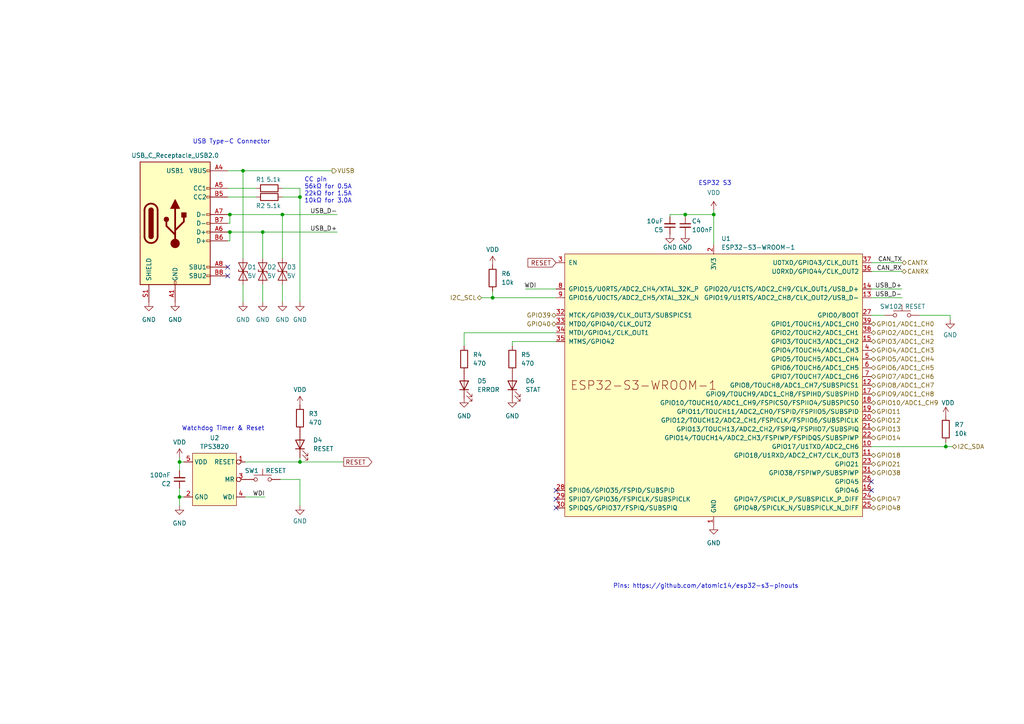
<source format=kicad_sch>
(kicad_sch (version 20231120) (generator "eeschema") (generator_version "8.0")
  (paper "A4")
  (lib_symbols
    (symbol "Connector:USB_C_Receptacle_USB2.0" (pin_names (offset 1.016))
      (property "Reference" "J" (at -10.16 19.05 0))
      (property "Value" "USB_C_Receptacle_USB2.0" (at 19.05 19.05 0))
      (symbol "USB_C_Receptacle_USB2.0_0_0"
        (rectangle (start -0.254 -17.78) (end 0.254 -16.764))
        (rectangle (start 10.16 -14.986) (end 9.144 -15.494))
        (rectangle (start 10.16 -12.446) (end 9.144 -12.954))
        (rectangle (start 10.16 -4.826) (end 9.144 -5.334))
        (rectangle (start 10.16 -2.286) (end 9.144 -2.794))
        (rectangle (start 10.16 0.254) (end 9.144 -0.254))
        (rectangle (start 10.16 2.794) (end 9.144 2.286))
        (rectangle (start 10.16 7.874) (end 9.144 7.366))
        (rectangle (start 10.16 10.414) (end 9.144 9.906))
        (rectangle (start 10.16 15.494) (end 9.144 14.986))
      )
      (symbol "USB_C_Receptacle_USB2.0_0_1"
        (rectangle (start -10.16 17.78) (end 10.16 -17.78) (stroke (width 0.254)) (fill (type background)))
        (arc (start -8.89 -3.81) (mid -6.985 -5.7067) (end -5.08 -3.81) (stroke (width 0.508)))
        (arc (start -7.62 -3.81) (mid -6.985 -4.4423) (end -6.35 -3.81) (stroke (width 0.254)))
        (arc (start -7.62 -3.81) (mid -6.985 -4.4423) (end -6.35 -3.81) (stroke (width 0.254)) (fill (type outline)))
        (rectangle (start -7.62 -3.81) (end -6.35 3.81) (stroke (width 0.254)) (fill (type outline)))
        (arc (start -6.35 3.81) (mid -6.985 4.4423) (end -7.62 3.81) (stroke (width 0.254)))
        (arc (start -6.35 3.81) (mid -6.985 4.4423) (end -7.62 3.81) (stroke (width 0.254)) (fill (type outline)))
        (arc (start -5.08 3.81) (mid -6.985 5.7067) (end -8.89 3.81) (stroke (width 0.508)))
        (circle (center -2.54 1.143) (radius 0.635) (stroke (width 0.254)) (fill (type outline)))
        (circle (center 0 -5.842) (radius 1.27) (fill (type outline)))
        (polyline (pts (xy -8.89 -3.81) (xy -8.89 3.81)) (stroke (width 0.508)))
        (polyline (pts (xy -5.08 3.81) (xy -5.08 -3.81)) (stroke (width 0.508)))
        (polyline (pts (xy 0 -5.842) (xy 0 4.318)) (stroke (width 0.508)))
        (polyline (pts (xy 0 -3.302) (xy -2.54 -0.762) (xy -2.54 0.508)) (stroke (width 0.508)))
        (polyline (pts (xy 0 -2.032) (xy 2.54 0.508) (xy 2.54 1.778)) (stroke (width 0.508)))
        (polyline (pts (xy -1.27 4.318) (xy 0 6.858) (xy 1.27 4.318) (xy -1.27 4.318)) (stroke (width 0.254)) (fill (type outline)))
        (rectangle (start 1.905 1.778) (end 3.175 3.048) (stroke (width 0.254)) (fill (type outline)))
      )
      (symbol "USB_C_Receptacle_USB2.0_1_1"
        (pin passive line (at 0 -22.86 90) (length 5.08) (name "GND") (number "A1"))
        (pin passive line (at 0 -22.86 90) (length 5.08) hide (name "GND") (number "A12"))
        (pin passive line (at 15.24 15.24 180) (length 5.08) (name "VBUS") (number "A4"))
        (pin bidirectional line (at 15.24 10.16 180) (length 5.08) (name "CC1") (number "A5"))
        (pin bidirectional line (at 15.24 -2.54 180) (length 5.08) (name "D+") (number "A6"))
        (pin bidirectional line (at 15.24 2.54 180) (length 5.08) (name "D-") (number "A7"))
        (pin bidirectional line (at 15.24 -12.7 180) (length 5.08) (name "SBU1") (number "A8"))
        (pin passive line (at 15.24 15.24 180) (length 5.08) hide (name "VBUS") (number "A9"))
        (pin passive line (at 0 -22.86 90) (length 5.08) hide (name "GND") (number "B1"))
        (pin passive line (at 0 -22.86 90) (length 5.08) hide (name "GND") (number "B12"))
        (pin passive line (at 15.24 15.24 180) (length 5.08) hide (name "VBUS") (number "B4"))
        (pin bidirectional line (at 15.24 7.62 180) (length 5.08) (name "CC2") (number "B5"))
        (pin bidirectional line (at 15.24 -5.08 180) (length 5.08) (name "D+") (number "B6"))
        (pin bidirectional line (at 15.24 0 180) (length 5.08) (name "D-") (number "B7"))
        (pin bidirectional line (at 15.24 -15.24 180) (length 5.08) (name "SBU2") (number "B8"))
        (pin passive line (at 15.24 15.24 180) (length 5.08) hide (name "VBUS") (number "B9"))
        (pin passive line (at -7.62 -22.86 90) (length 5.08) (name "SHIELD") (number "S1"))
      )
    )
    (symbol "Device:C_Small" (pin_numbers hide) (pin_names (offset 0.254) hide)
      (property "Reference" "C" (at 0.254 1.778 0))
      (property "Value" "C_Small" (at 0.254 -2.032 0))
      (symbol "C_Small_0_1"
        (polyline (pts (xy -1.524 -0.508) (xy 1.524 -0.508)) (stroke (width 0.3302)))
        (polyline (pts (xy -1.524 0.508) (xy 1.524 0.508)) (stroke (width 0.3048)))
      )
      (symbol "C_Small_1_1"
        (pin passive line (at 0 2.54 270) (length 2.032) (name "~") (number "1"))
        (pin passive line (at 0 -2.54 90) (length 2.032) (name "~") (number "2"))
      )
    )
    (symbol "Device:LED" (pin_numbers hide) (pin_names (offset 1.016) hide)
      (property "Reference" "D" (at 0 2.54 0))
      (property "Value" "LED" (at 0 -2.54 0))
      (symbol "LED_0_1"
        (polyline (pts (xy -1.27 -1.27) (xy -1.27 1.27)) (stroke (width 0.254)))
        (polyline (pts (xy -1.27 0) (xy 1.27 0)))
        (polyline (pts (xy 1.27 -1.27) (xy 1.27 1.27) (xy -1.27 0) (xy 1.27 -1.27)) (stroke (width 0.254)))
        (polyline (pts (xy -3.048 -0.762) (xy -4.572 -2.286) (xy -3.81 -2.286) (xy -4.572 -2.286) (xy -4.572 -1.524)))
        (polyline (pts (xy -1.778 -0.762) (xy -3.302 -2.286) (xy -2.54 -2.286) (xy -3.302 -2.286) (xy -3.302 -1.524)))
      )
      (symbol "LED_1_1"
        (pin passive line (at -3.81 0 0) (length 2.54) (name "K") (number "1"))
        (pin passive line (at 3.81 0 180) (length 2.54) (name "A") (number "2"))
      )
    )
    (symbol "Device:R" (pin_numbers hide) (pin_names (offset 0))
      (property "Reference" "R" (at 2.032 0 90))
      (property "Value" "R" (at 0 0 90))
      (symbol "R_0_1"
        (rectangle (start -1.016 -2.54) (end 1.016 2.54) (stroke (width 0.254)))
      )
      (symbol "R_1_1"
        (pin passive line (at 0 3.81 270) (length 1.27) (name "~") (number "1"))
        (pin passive line (at 0 -3.81 90) (length 1.27) (name "~") (number "2"))
      )
    )
    (symbol "Diode:ESD9B5.0ST5G" (pin_numbers hide) (pin_names (offset 1.016) hide)
      (property "Reference" "D" (at 0 2.54 0))
      (property "Value" "ESD9B5.0ST5G" (at 0 -2.54 0))
      (symbol "ESD9B5.0ST5G_0_1"
        (polyline (pts (xy 1.27 0) (xy -1.27 0)))
        (polyline (pts (xy -2.54 -1.27) (xy 0 0) (xy -2.54 1.27) (xy -2.54 -1.27)) (stroke (width 0.2032)))
        (polyline (pts (xy 0.508 1.27) (xy 0 1.27) (xy 0 -1.27) (xy -0.508 -1.27)) (stroke (width 0.2032)))
        (polyline (pts (xy 2.54 1.27) (xy 2.54 -1.27) (xy 0 0) (xy 2.54 1.27)) (stroke (width 0.2032)))
      )
      (symbol "ESD9B5.0ST5G_1_1"
        (pin passive line (at -3.81 0 0) (length 2.54) (name "A1") (number "1"))
        (pin passive line (at 3.81 0 180) (length 2.54) (name "A2") (number "2"))
      )
    )
    (symbol "PCM_Espressif:ESP32-S3-WROOM-1" (pin_names (offset 1.016))
      (property "Reference" "U" (at -43.18 43.18 0))
      (property "Value" "ESP32-S3-WROOM-1" (at -43.18 40.64 0))
      (symbol "ESP32-S3-WROOM-1_0_0"
        (text "ESP32-S3-WROOM-1" (at -20.32 0 0) (effects (font (size 2.54 2.54))))
        (pin power_in line (at 0 -40.64 90) (length 2.54) (name "GND") (number "1"))
        (pin bidirectional line (at 45.72 -17.78 180) (length 2.54) (name "GPIO17/U1TXD/ADC2_CH6") (number "10"))
        (pin bidirectional line (at 45.72 -20.32 180) (length 2.54) (name "GPIO18/U1RXD/ADC2_CH7/CLK_OUT3") (number "11"))
        (pin bidirectional line (at 45.72 0 180) (length 2.54) (name "GPIO8/TOUCH8/ADC1_CH7/SUBSPICS1") (number "12"))
        (pin bidirectional line (at 45.72 25.4 180) (length 2.54) (name "GPIO19/U1RTS/ADC2_CH8/CLK_OUT2/USB_D-") (number "13"))
        (pin bidirectional line (at 45.72 27.94 180) (length 2.54) (name "GPIO20/U1CTS/ADC2_CH9/CLK_OUT1/USB_D+") (number "14"))
        (pin bidirectional line (at 45.72 12.7 180) (length 2.54) (name "GPIO3/TOUCH3/ADC1_CH2") (number "15"))
        (pin bidirectional line (at 45.72 -30.48 180) (length 2.54) (name "GPIO46") (number "16"))
        (pin bidirectional line (at 45.72 -2.54 180) (length 2.54) (name "GPIO9/TOUCH9/ADC1_CH8/FSPIHD/SUBSPIHD") (number "17"))
        (pin bidirectional line (at 45.72 -5.08 180) (length 2.54) (name "GPIO10/TOUCH10/ADC1_CH9/FSPICS0/FSPIIO4/SUBSPICS0") (number "18"))
        (pin bidirectional line (at 45.72 -7.62 180) (length 2.54) (name "GPIO11/TOUCH11/ADC2_CH0/FSPID/FSPIIO5/SUBSPID") (number "19"))
        (pin power_in line (at 0 40.64 270) (length 2.54) (name "3V3") (number "2"))
        (pin bidirectional line (at 45.72 -10.16 180) (length 2.54) (name "GPIO12/TOUCH12/ADC2_CH1/FSPICLK/FSPIIO6/SUBSPICLK") (number "20"))
        (pin bidirectional line (at 45.72 -12.7 180) (length 2.54) (name "GPIO13/TOUCH13/ADC2_CH2/FSPIQ/FSPIIO7/SUBSPIQ") (number "21"))
        (pin bidirectional line (at 45.72 -15.24 180) (length 2.54) (name "GPIO14/TOUCH14/ADC2_CH3/FSPIWP/FSPIDQS/SUBSPIWP") (number "22"))
        (pin bidirectional line (at 45.72 -22.86 180) (length 2.54) (name "GPIO21") (number "23"))
        (pin bidirectional line (at 45.72 -33.02 180) (length 2.54) (name "GPIO47/SPICLK_P/SUBSPICLK_P_DIFF") (number "24"))
        (pin bidirectional line (at 45.72 -35.56 180) (length 2.54) (name "GPIO48/SPICLK_N/SUBSPICLK_N_DIFF") (number "25"))
        (pin bidirectional line (at 45.72 -27.94 180) (length 2.54) (name "GPIO45") (number "26"))
        (pin bidirectional line (at 45.72 20.32 180) (length 2.54) (name "GPIO0/BOOT") (number "27"))
        (pin bidirectional line (at -45.72 -30.48 0) (length 2.54) (name "SPIIO6/GPIO35/FSPID/SUBSPID") (number "28"))
        (pin bidirectional line (at -45.72 -33.02 0) (length 2.54) (name "SPIIO7/GPIO36/FSPICLK/SUBSPICLK") (number "29"))
        (pin input line (at -45.72 35.56 0) (length 2.54) (name "EN") (number "3"))
        (pin bidirectional line (at -45.72 -35.56 0) (length 2.54) (name "SPIDQS/GPIO37/FSPIQ/SUBSPIQ") (number "30"))
        (pin bidirectional line (at 45.72 -25.4 180) (length 2.54) (name "GPIO38/FSPIWP/SUBSPIWP") (number "31"))
        (pin bidirectional line (at -45.72 20.32 0) (length 2.54) (name "MTCK/GPIO39/CLK_OUT3/SUBSPICS1") (number "32"))
        (pin bidirectional line (at -45.72 17.78 0) (length 2.54) (name "MTDO/GPIO40/CLK_OUT2") (number "33"))
        (pin bidirectional line (at -45.72 15.24 0) (length 2.54) (name "MTDI/GPIO41/CLK_OUT1") (number "34"))
        (pin bidirectional line (at -45.72 12.7 0) (length 2.54) (name "MTMS/GPIO42") (number "35"))
        (pin bidirectional line (at 45.72 33.02 180) (length 2.54) (name "U0RXD/GPIO44/CLK_OUT2") (number "36"))
        (pin bidirectional line (at 45.72 35.56 180) (length 2.54) (name "U0TXD/GPIO43/CLK_OUT1") (number "37"))
        (pin bidirectional line (at 45.72 15.24 180) (length 2.54) (name "GPIO2/TOUCH2/ADC1_CH1") (number "38"))
        (pin bidirectional line (at 45.72 17.78 180) (length 2.54) (name "GPIO1/TOUCH1/ADC1_CH0") (number "39"))
        (pin bidirectional line (at 45.72 10.16 180) (length 2.54) (name "GPIO4/TOUCH4/ADC1_CH3") (number "4"))
        (pin passive line (at 0 -40.64 90) (length 2.54) hide (name "GND") (number "40"))
        (pin passive line (at 0 -40.64 90) (length 2.54) hide (name "GND") (number "41"))
        (pin bidirectional line (at 45.72 7.62 180) (length 2.54) (name "GPIO5/TOUCH5/ADC1_CH4") (number "5"))
        (pin bidirectional line (at 45.72 5.08 180) (length 2.54) (name "GPIO6/TOUCH6/ADC1_CH5") (number "6"))
        (pin bidirectional line (at 45.72 2.54 180) (length 2.54) (name "GPIO7/TOUCH7/ADC1_CH6") (number "7"))
        (pin bidirectional line (at -45.72 27.94 0) (length 2.54) (name "GPIO15/U0RTS/ADC2_CH4/XTAL_32K_P") (number "8"))
        (pin bidirectional line (at -45.72 25.4 0) (length 2.54) (name "GPIO16/U0CTS/ADC2_CH5/XTAL_32K_N") (number "9"))
      )
      (symbol "ESP32-S3-WROOM-1_0_1"
        (rectangle (start -43.18 38.1) (end 43.18 -38.1) (fill (type background)))
      )
    )
    (symbol "Switch:SW_Push" (pin_numbers hide) (pin_names (offset 1.016) hide)
      (property "Reference" "SW" (at 1.27 2.54 0))
      (property "Value" "SW_Push" (at 0 -1.524 0))
      (symbol "SW_Push_0_1"
        (circle (center -2.032 0) (radius 0.508))
        (polyline (pts (xy 0 1.27) (xy 0 3.048)))
        (polyline (pts (xy 2.54 1.27) (xy -2.54 1.27)))
        (circle (center 2.032 0) (radius 0.508))
        (pin passive line (at -5.08 0 0) (length 2.54) (name "1") (number "1"))
        (pin passive line (at 5.08 0 180) (length 2.54) (name "2") (number "2"))
      )
    )
    (symbol "WOBCLibrary:TPS3820"
      (property "Reference" "U" (at 0 0 0))
      (property "Value" "TPS3820" (at 0 8.89 0))
      (symbol "TPS3820_1_1"
        (rectangle (start -6.35 7.62) (end 6.35 -7.62) (fill (type background)))
        (pin output inverted (at 8.89 5.08 180) (length 2.54) (name "RESET") (number "1"))
        (pin power_in line (at -8.89 -5.08 0) (length 2.54) (name "GND") (number "2"))
        (pin input inverted (at 8.89 0 180) (length 2.54) (name "MR") (number "3"))
        (pin input line (at 8.89 -5.08 180) (length 2.54) (name "WDI") (number "4"))
        (pin power_in line (at -8.89 5.08 0) (length 2.54) (name "VDD") (number "5"))
      )
    )
    (symbol "power:GND" (power) (pin_names (offset 0))
      (property "Value" "GND" (at 0 -3.81 0))
      (symbol "GND_0_1"
        (polyline (pts (xy 0 0) (xy 0 -1.27) (xy 1.27 -1.27) (xy 0 -2.54) (xy -1.27 -1.27) (xy 0 -1.27)))
      )
      (symbol "GND_1_1"
        (pin power_in line (at 0 0 270) (length 0) hide (name "GND") (number "1"))
      )
    )
    (symbol "power:VDD" (power) (pin_names (offset 0))
      (property "Value" "VDD" (at 0 3.81 0))
      (symbol "VDD_0_1"
        (polyline (pts (xy -0.762 1.27) (xy 0 2.54)))
        (polyline (pts (xy 0 0) (xy 0 2.54)))
        (polyline (pts (xy 0 2.54) (xy 0.762 1.27)))
      )
      (symbol "VDD_1_1"
        (pin power_in line (at 0 0 90) (length 0) hide (name "VDD") (number "1"))
      )
    )
  )
  (junction (at 198.755 62.23))
  (junction (at 81.915 62.23))
  (junction (at 66.675 67.31))
  (junction (at 52.07 133.985))
  (junction (at 76.2 67.31))
  (junction (at 52.07 144.145))
  (junction (at 66.675 62.23))
  (junction (at 142.875 86.36))
  (junction (at 70.485 49.53))
  (junction (at 86.995 133.985))
  (junction (at 86.995 57.15))
  (junction (at 274.32 129.54))
  (junction (at 207.01 62.23))
  (no_connect (at 252.73 139.7))
  (no_connect (at 161.29 144.78))
  (no_connect (at 161.29 147.32))
  (no_connect (at 66.04 80.01))
  (no_connect (at 252.73 142.24))
  (no_connect (at 161.29 142.24))
  (no_connect (at 66.04 77.47))
  (wire (pts (xy 66.675 62.23) (xy 81.915 62.23)))
  (wire (pts (xy 134.62 96.52) (xy 134.62 100.33)))
  (wire (pts (xy 70.485 49.53) (xy 96.3222 49.53)))
  (wire (pts (xy 52.07 146.685) (xy 52.07 144.145)))
  (wire (pts (xy 76.2 87.63) (xy 76.2 82.55)))
  (wire (pts (xy 66.04 62.23) (xy 66.675 62.23)))
  (wire (pts (xy 76.2 67.31) (xy 76.2 74.93)))
  (wire (pts (xy 66.04 69.85) (xy 66.675 69.85)))
  (wire (pts (xy 81.915 87.63) (xy 81.915 82.55)))
  (wire (pts (xy 134.62 96.52) (xy 161.29 96.52)))
  (wire (pts (xy 274.32 129.54) (xy 252.73 129.54)))
  (wire (pts (xy 52.07 133.985) (xy 53.34 133.985)))
  (wire (pts (xy 70.485 49.53) (xy 66.04 49.53)))
  (wire (pts (xy 66.675 64.77) (xy 66.675 62.23)))
  (wire (pts (xy 81.915 54.61) (xy 86.995 54.61)))
  (wire (pts (xy 97.79 67.31) (xy 76.2 67.31)))
  (wire (pts (xy 261.62 83.82) (xy 252.73 83.82)))
  (wire (pts (xy 81.28 139.065) (xy 86.995 139.065)))
  (wire (pts (xy 66.675 69.85) (xy 66.675 67.31)))
  (wire (pts (xy 148.59 100.33) (xy 148.59 99.06)))
  (wire (pts (xy 252.73 76.2) (xy 261.62 76.2)))
  (wire (pts (xy 74.295 54.61) (xy 66.04 54.61)))
  (wire (pts (xy 66.04 64.77) (xy 66.675 64.77)))
  (wire (pts (xy 86.995 133.985) (xy 71.12 133.985)))
  (wire (pts (xy 86.995 54.61) (xy 86.995 57.15)))
  (wire (pts (xy 52.07 141.605) (xy 52.07 144.145)))
  (wire (pts (xy 274.32 128.27) (xy 274.32 129.54)))
  (wire (pts (xy 266.7 91.44) (xy 275.59 91.44)))
  (wire (pts (xy 99.695 133.985) (xy 86.995 133.985)))
  (wire (pts (xy 81.915 57.15) (xy 86.995 57.15)))
  (wire (pts (xy 76.835 144.145) (xy 71.12 144.145)))
  (wire (pts (xy 52.07 144.145) (xy 53.34 144.145)))
  (wire (pts (xy 261.62 78.74) (xy 252.73 78.74)))
  (wire (pts (xy 86.995 139.065) (xy 86.995 146.685)))
  (wire (pts (xy 261.62 86.36) (xy 252.73 86.36)))
  (wire (pts (xy 86.995 132.715) (xy 86.995 133.985)))
  (wire (pts (xy 148.59 99.06) (xy 161.29 99.06)))
  (wire (pts (xy 152.4 83.82) (xy 161.29 83.82)))
  (wire (pts (xy 81.915 62.23) (xy 97.79 62.23)))
  (wire (pts (xy 252.73 91.44) (xy 256.54 91.44)))
  (wire (pts (xy 142.875 86.36) (xy 161.29 86.36)))
  (wire (pts (xy 70.485 87.63) (xy 70.485 82.55)))
  (wire (pts (xy 81.915 62.23) (xy 81.915 74.93)))
  (wire (pts (xy 207.01 60.96) (xy 207.01 62.23)))
  (wire (pts (xy 76.2 67.31) (xy 66.675 67.31)))
  (wire (pts (xy 207.01 62.23) (xy 207.01 71.12)))
  (wire (pts (xy 52.07 133.985) (xy 52.07 136.525)))
  (wire (pts (xy 276.225 129.54) (xy 274.32 129.54)))
  (wire (pts (xy 207.01 62.23) (xy 198.755 62.23)))
  (wire (pts (xy 142.875 84.455) (xy 142.875 86.36)))
  (wire (pts (xy 86.995 57.15) (xy 86.995 87.63)))
  (wire (pts (xy 52.07 132.715) (xy 52.07 133.985)))
  (wire (pts (xy 275.59 91.44) (xy 275.59 92.71)))
  (wire (pts (xy 194.31 62.865) (xy 194.31 62.23)))
  (wire (pts (xy 194.31 62.23) (xy 198.755 62.23)))
  (wire (pts (xy 198.755 62.23) (xy 198.755 62.865)))
  (wire (pts (xy 70.485 49.53) (xy 70.485 74.93)))
  (wire (pts (xy 139.7 86.36) (xy 142.875 86.36)))
  (wire (pts (xy 66.675 67.31) (xy 66.04 67.31)))
  (wire (pts (xy 74.295 57.15) (xy 66.04 57.15)))
  (text "ESP32 S3" (at 202.565 53.975 0) (effects (font (size 1.27 1.27)) (justify left bottom)))
  (text "Watchdog Timer & Reset" (at 52.705 125.095 0) (effects (font (size 1.27 1.27)) (justify left bottom)))
  (text "Pins: https://github.com/atomic14/esp32-s3-pinouts" (at 177.8 170.815 0) (effects (font (size 1.27 1.27)) (justify left bottom)))
  (text "USB Type-C Connector" (at 55.88 41.91 0) (effects (font (size 1.27 1.27)) (justify left bottom)))
  (text "CC pin\n56kΩ for 0.5A\n22kΩ for 1.5A\n10kΩ for 3.0A" (at 88.265 59.055 0) (effects (font (size 1.27 1.27)) (justify left bottom)))
  (label "USB_D-" (at 97.79 62.23 180))
  (label "USB_D+" (at 97.79 67.31 180))
  (label "CAN_TX" (at 254.635 76.2 0))
  (label "USB_D-" (at 261.62 86.36 180))
  (label "WDI" (at 76.835 144.145 180))
  (label "WDI" (at 155.575 83.82 180))
  (label "USB_D+" (at 261.62 83.82 180))
  (label "CAN_RX" (at 261.62 78.74 180))
  (global_label "RESET" (shape output) (at 99.695 133.985 0) (property "Intersheetrefs" "${INTERSHEET_REFS}" (effects (hide yes))))
  (global_label "RESET" (shape input) (at 161.29 76.2 180) (property "Intersheetrefs" "${INTERSHEET_REFS}" (effects (hide yes))))
  (hierarchical_label "GPIO2{slash}ADC1_CH1" (shape bidirectional) (at 252.73 96.52 0))
  (hierarchical_label "GPIO1{slash}ADC1_CH0" (shape bidirectional) (at 252.73 93.98 0))
  (hierarchical_label "GPIO48" (shape bidirectional) (at 252.73 147.32 0))
  (hierarchical_label "GPIO47" (shape bidirectional) (at 252.73 144.78 0))
  (hierarchical_label "VUSB" (shape output) (at 96.3222 49.53 0))
  (hierarchical_label "GPIO21" (shape bidirectional) (at 252.73 134.62 0))
  (hierarchical_label "GPIO6{slash}ADC1_CH5" (shape bidirectional) (at 252.73 106.68 0))
  (hierarchical_label "GPIO39" (shape bidirectional) (at 161.29 91.44 180))
  (hierarchical_label "GPIO12" (shape bidirectional) (at 252.73 121.92 0))
  (hierarchical_label "GPIO13" (shape bidirectional) (at 252.73 124.46 0))
  (hierarchical_label "CANRX" (shape bidirectional) (at 261.62 78.74 0))
  (hierarchical_label "CANTX" (shape bidirectional) (at 261.62 76.2 0))
  (hierarchical_label "I2C_SCL" (shape bidirectional) (at 139.7 86.36 180))
  (hierarchical_label "GPIO14" (shape bidirectional) (at 252.73 127 0))
  (hierarchical_label "GPIO40" (shape bidirectional) (at 161.29 93.98 180))
  (hierarchical_label "GPIO4{slash}ADC1_CH3" (shape bidirectional) (at 252.73 101.6 0))
  (hierarchical_label "GPIO8{slash}ADC1_CH7" (shape bidirectional) (at 252.73 111.76 0))
  (hierarchical_label "GPIO5{slash}ADC1_CH4" (shape bidirectional) (at 252.73 104.14 0))
  (hierarchical_label "GPIO10{slash}ADC1_CH9" (shape bidirectional) (at 252.73 116.84 0))
  (hierarchical_label "GPIO38" (shape bidirectional) (at 252.73 137.16 0))
  (hierarchical_label "I2C_SDA" (shape bidirectional) (at 276.225 129.54 0))
  (hierarchical_label "GPIO7{slash}ADC1_CH6" (shape bidirectional) (at 252.73 109.22 0))
  (hierarchical_label "GPIO18" (shape bidirectional) (at 252.73 132.08 0))
  (hierarchical_label "GPIO9{slash}ADC1_CH8" (shape bidirectional) (at 252.73 114.3 0))
  (hierarchical_label "GPIO11" (shape bidirectional) (at 252.73 119.38 0))
  (hierarchical_label "GPIO3{slash}ADC1_CH2" (shape bidirectional) (at 252.73 99.06 0))
  (symbol (lib_id "WOBCLibrary:TPS3820") (at 62.23 139.065 0) (unit 1)
    (property "Reference" "U2" (at 62.23 127 0))
    (property "Value" "TPS3820" (at 62.23 129.54 0))
    (property "Footprint" "WOBClibrary:SOT_23_5" (effects (hide yes)))
    (property "LCSC" "C130064 " (effects (hide yes)))
  )
  (symbol (lib_id "Connector:USB_C_Receptacle_USB2.0") (at 50.8 64.77 0) (unit 1)
    (property "Reference" "USB1" (at 50.8 49.53 0))
    (property "Value" "USB_C_Receptacle_USB2.0" (at 50.8 45.085 0))
    (property "Footprint" "WOBClibrary:USB_C_TYPEC-301S-ACP16X7" (effects (hide yes)))
    (property "Datasheet" "https://www.usb.org/sites/default/files/documents/usb_type-c.zip" (effects (hide yes)))
    (property "LCSC" "C2982481 " (effects (hide yes)))
  )
  (symbol (lib_id "Switch:SW_Push") (at 261.62 91.44 0) (unit 1)
    (property "Reference" "SW102" (at 258.445 88.9 0))
    (property "Value" "RESET" (at 265.43 88.9 0))
    (property "Footprint" "WOBCLibrary:TVAF06-A020B-R" (effects (hide yes)))
    (instances (project "Tracker" (path "" (reference "SW102") (unit 1))) (project "Tracker" (path "" (reference "SW2102") (unit 1))))
  )
  (symbol (lib_id "power:GND") (at 86.995 87.63 0) (unit 1)
    (property "Reference" "#PWR04" (effects (hide yes)))
    (property "Value" "GND" (at 86.995 92.71 0))
  )
  (symbol (lib_id "power:GND") (at 70.485 87.63 0) (unit 1)
    (property "Reference" "#PWR08" (effects (hide yes)))
    (property "Value" "GND" (at 70.485 92.71 0))
  )
  (symbol (lib_id "Device:LED") (at 86.995 128.905 90) (unit 1)
    (property "Reference" "D4" (at 90.805 127.635 90) (effects (justify right)))
    (property "Value" "RESET" (at 90.805 130.175 90) (effects (justify right)))
    (property "Footprint" "LED_SMD:LED_0805_2012Metric" (effects (hide yes)))
    (property "LCSC" "C2296" (effects (hide yes)))
  )
  (symbol (lib_id "Device:LED") (at 148.59 111.76 90) (unit 1)
    (property "Reference" "D6" (at 152.4 110.49 90) (effects (justify right)))
    (property "Value" "STAT" (at 152.4 113.03 90) (effects (justify right)))
    (property "Footprint" "LED_SMD:LED_0805_2012Metric" (effects (hide yes)))
    (property "LCSC" "C2297 " (effects (hide yes)))
  )
  (symbol (lib_id "power:VDD") (at 86.995 117.475 0) (unit 1)
    (property "Reference" "#PWR023" (effects (hide yes)))
    (property "Value" "VDD" (at 86.995 113.03 0))
  )
  (symbol (lib_id "power:GND") (at 50.8 87.63 0) (unit 1)
    (property "Reference" "#PWR02" (effects (hide yes)))
    (property "Value" "GND" (at 50.8 92.71 0))
  )
  (symbol (lib_id "Device:R") (at 78.105 54.61 90) (unit 1)
    (property "Reference" "R1" (at 75.565 52.07 90))
    (property "Value" "5.1k" (at 79.375 52.07 90))
    (property "Footprint" "Resistor_SMD:R_0402_1005Metric" (effects (hide yes)))
    (property "LCSC" "C25905" (effects (hide yes)))
  )
  (symbol (lib_id "Device:R") (at 274.32 124.46 0) (unit 1)
    (property "Reference" "R7" (at 276.86 123.19 0) (effects (justify left)))
    (property "Value" "10k" (at 276.86 125.73 0) (effects (justify left)))
    (property "Footprint" "Resistor_SMD:R_0402_1005Metric" (effects (hide yes)))
    (property "LCSC" "C25744 " (effects (hide yes)))
  )
  (symbol (lib_id "power:GND") (at 134.62 115.57 0) (unit 1)
    (property "Reference" "#PWR025" (effects (hide yes)))
    (property "Value" "GND" (at 134.62 120.65 0))
  )
  (symbol (lib_id "Device:R") (at 78.105 57.15 90) (unit 1)
    (property "Reference" "R2" (at 75.565 59.69 90))
    (property "Value" "5.1k" (at 79.375 59.69 90))
    (property "Footprint" "Resistor_SMD:R_0402_1005Metric" (effects (hide yes)))
    (property "LCSC" "C25905" (effects (hide yes)))
  )
  (symbol (lib_id "power:VDD") (at 207.01 60.96 0) (unit 1)
    (property "Reference" "#PWR018" (effects (hide yes)))
    (property "Value" "VDD" (at 207.01 55.88 0))
  )
  (symbol (lib_id "Diode:ESD9B5.0ST5G") (at 70.485 78.74 90) (unit 1)
    (property "Reference" "D1" (at 71.755 77.47 90) (effects (justify right)))
    (property "Value" "5V" (at 71.755 80.01 90) (effects (justify right)))
    (property "Footprint" "Diode_SMD:D_SOD-882D" (effects (hide yes)))
    (property "Datasheet" "https://www.onsemi.com/pub/Collateral/ESD9B-D.PDF" (effects (hide yes)))
    (property "LCSC" "C7420372" (effects (hide yes)))
  )
  (symbol (lib_id "power:GND") (at 198.755 67.945 0) (unit 1)
    (property "Reference" "#PWR019" (effects (hide yes)))
    (property "Value" "GND" (at 198.755 71.755 0))
  )
  (symbol (lib_id "power:VDD") (at 52.07 132.715 0) (unit 1)
    (property "Reference" "#PWR011" (effects (hide yes)))
    (property "Value" "VDD" (at 52.07 128.27 0))
  )
  (symbol (lib_id "power:VDD") (at 274.32 120.65 0) (unit 1)
    (property "Reference" "#PWR010" (effects (hide yes)))
    (property "Value" "VDD" (at 274.955 116.84 0))
  )
  (symbol (lib_id "Device:R") (at 148.59 104.14 0) (unit 1)
    (property "Reference" "R5" (at 151.13 102.87 0) (effects (justify left)))
    (property "Value" "470" (at 151.13 105.41 0) (effects (justify left)))
    (property "Footprint" "Resistor_SMD:R_0402_1005Metric" (effects (hide yes)))
    (property "LCSC" "C25117 " (effects (hide yes)))
  )
  (symbol (lib_id "Device:R") (at 134.62 104.14 0) (unit 1)
    (property "Reference" "R4" (at 137.16 102.87 0) (effects (justify left)))
    (property "Value" "470" (at 137.16 105.41 0) (effects (justify left)))
    (property "Footprint" "Resistor_SMD:R_0402_1005Metric" (effects (hide yes)))
    (property "LCSC" "C25117 " (effects (hide yes)))
  )
  (symbol (lib_id "power:GND") (at 52.07 146.685 0) (unit 1)
    (property "Reference" "#PWR012" (effects (hide yes)))
    (property "Value" "GND" (at 52.07 151.765 0))
  )
  (symbol (lib_id "Device:C_Small") (at 194.31 65.405 180) (unit 1)
    (property "Reference" "C5" (at 192.405 66.675 0) (effects (justify left)))
    (property "Value" "10uF" (at 192.405 64.135 0) (effects (justify left)))
    (property "Footprint" "Capacitor_SMD:C_0603_1608Metric" (effects (hide yes)))
    (property "LCSC" "C96446" (effects (hide yes)))
  )
  (symbol (lib_id "power:GND") (at 81.915 87.63 0) (unit 1)
    (property "Reference" "#PWR06" (effects (hide yes)))
    (property "Value" "GND" (at 81.915 92.71 0))
  )
  (symbol (lib_id "power:GND") (at 43.18 87.63 0) (unit 1)
    (property "Reference" "#PWR01" (effects (hide yes)))
    (property "Value" "GND" (at 43.18 92.71 0))
  )
  (symbol (lib_id "Switch:SW_Push") (at 76.2 139.065 0) (unit 1)
    (property "Reference" "SW1" (at 73.025 136.525 0))
    (property "Value" "RESET" (at 80.01 136.525 0))
    (property "Footprint" "WOBClibrary:TVAF06-A020B-R" (effects (hide yes)))
  )
  (symbol (lib_id "power:VDD") (at 142.875 76.835 0) (unit 1)
    (property "Reference" "#PWR09" (effects (hide yes)))
    (property "Value" "VDD" (at 142.875 72.39 0))
  )
  (symbol (lib_id "Device:C_Small") (at 52.07 139.065 180) (unit 1)
    (property "Reference" "C2" (at 49.53 140.3287 0) (effects (justify left)))
    (property "Value" "100nF" (at 49.53 137.7887 0) (effects (justify left)))
    (property "Footprint" "Capacitor_SMD:C_0402_1005Metric" (effects (hide yes)))
    (property "LCSC" "C1525" (effects (hide yes)))
  )
  (symbol (lib_id "power:GND") (at 148.59 115.57 0) (unit 1)
    (property "Reference" "#PWR05" (effects (hide yes)))
    (property "Value" "GND" (at 148.59 120.65 0))
  )
  (symbol (lib_id "power:GND") (at 86.995 146.685 0) (unit 1)
    (property "Reference" "#PWR013" (effects (hide yes)))
    (property "Value" "GND" (at 86.995 151.13 0))
  )
  (symbol (lib_id "Diode:ESD9B5.0ST5G") (at 76.2 78.74 90) (unit 1)
    (property "Reference" "D2" (at 77.47 77.47 90) (effects (justify right)))
    (property "Value" "5V" (at 77.47 80.01 90) (effects (justify right)))
    (property "Footprint" "Diode_SMD:D_SOD-882D" (effects (hide yes)))
    (property "Datasheet" "https://www.onsemi.com/pub/Collateral/ESD9B-D.PDF" (effects (hide yes)))
    (property "LCSC" "C7420372" (effects (hide yes)))
  )
  (symbol (lib_id "Device:R") (at 142.875 80.645 0) (unit 1)
    (property "Reference" "R6" (at 145.415 79.375 0) (effects (justify left)))
    (property "Value" "10k" (at 145.415 81.915 0) (effects (justify left)))
    (property "Footprint" "Resistor_SMD:R_0402_1005Metric" (effects (hide yes)))
    (property "LCSC" "C25744 " (effects (hide yes)))
  )
  (symbol (lib_id "PCM_Espressif:ESP32-S3-WROOM-1") (at 207.01 111.76 0) (unit 1)
    (property "Reference" "U1" (at 209.2041 69.215 0) (effects (justify left)))
    (property "Value" "ESP32-S3-WROOM-1" (at 209.2041 71.755 0) (effects (justify left)))
    (property "Footprint" "RF_Module:ESP32-S3-WROOM-1" (effects (hide yes)))
    (property "Datasheet" "https://www.espressif.com/sites/default/files/documentation/esp32-s3-wroom-1_wroom-1u_datasheet_en.pdf" (effects (hide yes)))
  )
  (symbol (lib_id "power:GND") (at 76.2 87.63 0) (unit 1)
    (property "Reference" "#PWR07" (effects (hide yes)))
    (property "Value" "GND" (at 76.2 92.71 0))
  )
  (symbol (lib_id "Diode:ESD9B5.0ST5G") (at 81.915 78.74 90) (unit 1)
    (property "Reference" "D3" (at 83.185 77.47 90) (effects (justify right)))
    (property "Value" "5V" (at 83.185 80.01 90) (effects (justify right)))
    (property "Footprint" "Diode_SMD:D_SOD-882D" (effects (hide yes)))
    (property "Datasheet" "https://www.onsemi.com/pub/Collateral/ESD9B-D.PDF" (effects (hide yes)))
    (property "LCSC" "C7420372" (effects (hide yes)))
  )
  (symbol (lib_id "power:GND") (at 207.01 152.4 0) (unit 1)
    (property "Reference" "#PWR017" (effects (hide yes)))
    (property "Value" "GND" (at 207.01 157.48 0))
  )
  (symbol (lib_id "power:GND") (at 194.31 67.945 0) (unit 1)
    (property "Reference" "#PWR020" (effects (hide yes)))
    (property "Value" "GND" (at 194.31 71.755 0))
  )
  (symbol (lib_id "Device:LED") (at 134.62 111.76 90) (unit 1)
    (property "Reference" "D5" (at 138.43 110.49 90) (effects (justify right)))
    (property "Value" "ERROR" (at 138.43 113.03 90) (effects (justify right)))
    (property "Footprint" "LED_SMD:LED_0805_2012Metric" (effects (hide yes)))
    (property "LCSC" "C84256 " (effects (hide yes)))
  )
  (symbol (lib_id "Device:C_Small") (at 198.755 65.405 0) (unit 1)
    (property "Reference" "C4" (at 200.66 64.135 0) (effects (justify left)))
    (property "Value" "100nF" (at 200.66 66.675 0) (effects (justify left)))
    (property "Footprint" "Capacitor_SMD:C_0402_1005Metric" (effects (hide yes)))
    (property "LCSC" "C1525" (effects (hide yes)))
  )
  (symbol (lib_id "Device:R") (at 86.995 121.285 0) (unit 1)
    (property "Reference" "R3" (at 89.535 120.015 0) (effects (justify left)))
    (property "Value" "470" (at 89.535 122.555 0) (effects (justify left)))
    (property "Footprint" "Resistor_SMD:R_0402_1005Metric" (effects (hide yes)))
    (property "LCSC" "C25117 " (effects (hide yes)))
  )
  (symbol (lib_id "power:GND") (at 275.59 92.71 0) (unit 1)
    (property "Reference" "#PWR0138" (effects (hide yes)))
    (property "Value" "GND" (at 275.59 97.155 0))
    (instances (project "Tracker" (path "" (reference "#PWR0138") (unit 1))) (project "Tracker" (path "" (reference "#PWR02119") (unit 1))))
  )
)
</source>
